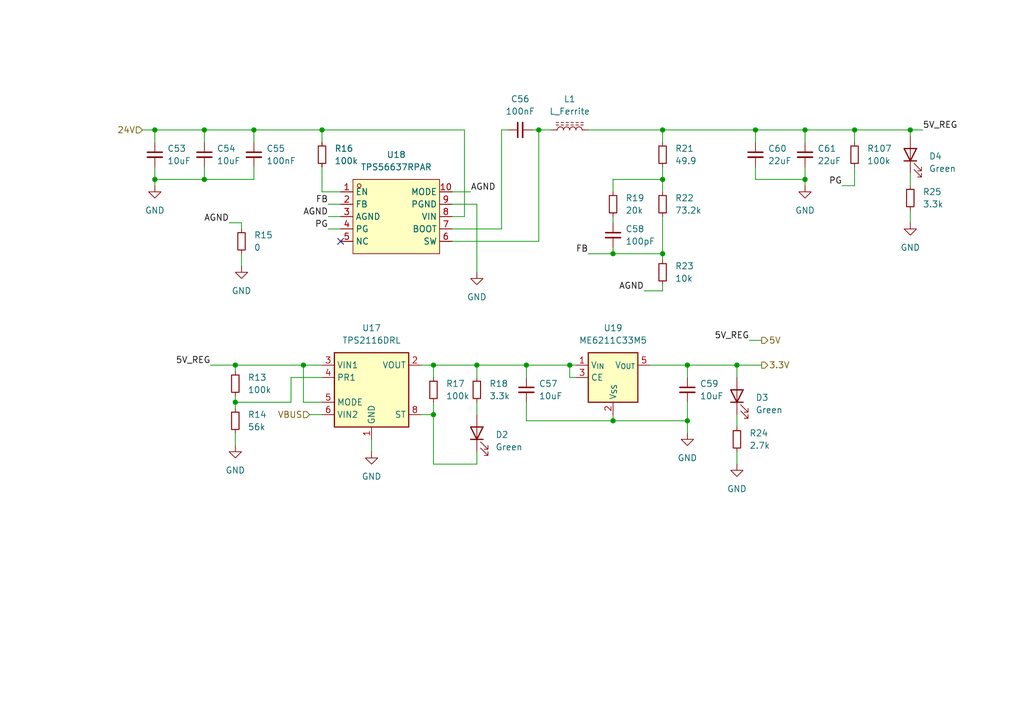
<source format=kicad_sch>
(kicad_sch (version 20250114) (generator "eeschema") (generator_version "9.0")
  (paper "A5")
  (lib_symbols
    (symbol "Device:C_Small" (pin_numbers (hide yes)) (pin_names (offset 0.254) (hide yes))
      (property "Reference" "C" (at 0.254 1.778 0))
      (property "Value" "C_Small" (at 0.254 -2.032 0))
      (symbol "C_Small_0_1"
        (polyline (pts (xy -1.524 0.508) (xy 1.524 0.508)) (stroke (width 0.3048)))
        (polyline (pts (xy -1.524 -0.508) (xy 1.524 -0.508)) (stroke (width 0.3302)))
      )
      (symbol "C_Small_1_1"
        (pin passive line (at 0 2.54 270) (length 2.032) (name "~") (number "1"))
        (pin passive line (at 0 -2.54 90) (length 2.032) (name "~") (number "2"))
      )
    )
    (symbol "Device:LED" (pin_numbers (hide yes)) (pin_names (offset 1.016) (hide yes))
      (property "Reference" "D" (at 0 2.54 0))
      (property "Value" "LED" (at 0 -2.54 0))
      (symbol "LED_0_1"
        (polyline (pts (xy -3.048 -0.762) (xy -4.572 -2.286) (xy -3.81 -2.286) (xy -4.572 -2.286) (xy -4.572 -1.524)))
        (polyline (pts (xy -1.778 -0.762) (xy -3.302 -2.286) (xy -2.54 -2.286) (xy -3.302 -2.286) (xy -3.302 -1.524)))
        (polyline (pts (xy -1.27 0) (xy 1.27 0)))
        (polyline (pts (xy -1.27 -1.27) (xy -1.27 1.27)) (stroke (width 0.254)))
        (polyline (pts (xy 1.27 -1.27) (xy 1.27 1.27) (xy -1.27 0) (xy 1.27 -1.27)) (stroke (width 0.254)))
      )
      (symbol "LED_1_1"
        (pin passive line (at -3.81 0 0) (length 2.54) (name "K") (number "1"))
        (pin passive line (at 3.81 0 180) (length 2.54) (name "A") (number "2"))
      )
    )
    (symbol "Device:L_Ferrite" (pin_numbers (hide yes)) (pin_names (offset 1.016) (hide yes))
      (property "Reference" "L" (at -1.27 0 90))
      (property "Value" "L_Ferrite" (at 2.794 0 90))
      (symbol "L_Ferrite_0_1"
        (arc (start 0 2.54) (mid 0.6323 1.905) (end 0 1.27))
        (arc (start 0 1.27) (mid 0.6323 0.635) (end 0 0))
        (arc (start 0 0) (mid 0.6323 -0.635) (end 0 -1.27))
        (arc (start 0 -1.27) (mid 0.6323 -1.905) (end 0 -2.54))
        (polyline (pts (xy 1.016 2.286) (xy 1.016 2.794)))
        (polyline (pts (xy 1.016 1.27) (xy 1.016 1.778)))
        (polyline (pts (xy 1.016 0.254) (xy 1.016 0.762)))
        (polyline (pts (xy 1.016 -0.762) (xy 1.016 -0.254)))
        (polyline (pts (xy 1.016 -1.778) (xy 1.016 -1.27)))
        (polyline (pts (xy 1.016 -2.794) (xy 1.016 -2.286)))
        (polyline (pts (xy 1.524 2.794) (xy 1.524 2.286)))
        (polyline (pts (xy 1.524 1.778) (xy 1.524 1.27)))
        (polyline (pts (xy 1.524 0.762) (xy 1.524 0.254)))
        (polyline (pts (xy 1.524 -0.254) (xy 1.524 -0.762)))
        (polyline (pts (xy 1.524 -1.27) (xy 1.524 -1.778)))
        (polyline (pts (xy 1.524 -2.286) (xy 1.524 -2.794)))
      )
      (symbol "L_Ferrite_1_1"
        (pin passive line (at 0 3.81 270) (length 1.27) (name "1") (number "1"))
        (pin passive line (at 0 -3.81 90) (length 1.27) (name "2") (number "2"))
      )
    )
    (symbol "Device:R_Small" (pin_numbers (hide yes)) (pin_names (offset 0.254) (hide yes))
      (property "Reference" "R" (at 0.762 0.508 0))
      (property "Value" "R_Small" (at 0.762 -1.016 0))
      (symbol "R_Small_0_1"
        (rectangle (start -0.762 1.778) (end 0.762 -1.778) (stroke (width 0.2032)))
      )
      (symbol "R_Small_1_1"
        (pin passive line (at 0 2.54 270) (length 0.762) (name "~") (number "1"))
        (pin passive line (at 0 -2.54 90) (length 0.762) (name "~") (number "2"))
      )
    )
    (symbol "LCSC:TPS56637RPAR"
      (property "Reference" "U" (at 0 10.16 0))
      (property "Value" "TPS56637RPAR" (at 0 -10.16 0))
      (symbol "TPS56637RPAR_0_1"
        (rectangle (start -8.89 7.62) (end 8.89 -7.62) (fill (type background)))
        (circle (center -7.62 6.35) (radius 0.38))
        (pin unspecified line (at -11.43 5.08 0) (length 2.54) (name "EN") (number "1"))
        (pin unspecified line (at -11.43 2.54 0) (length 2.54) (name "FB") (number "2"))
        (pin unspecified line (at -11.43 0 0) (length 2.54) (name "AGND") (number "3"))
        (pin unspecified line (at -11.43 -2.54 0) (length 2.54) (name "PG") (number "4"))
        (pin unspecified line (at -11.43 -5.08 0) (length 2.54) (name "NC") (number "5"))
        (pin unspecified line (at 11.43 5.08 180) (length 2.54) (name "MODE") (number "10"))
        (pin unspecified line (at 11.43 2.54 180) (length 2.54) (name "PGND") (number "9"))
        (pin unspecified line (at 11.43 0 180) (length 2.54) (name "VIN") (number "8"))
        (pin unspecified line (at 11.43 -2.54 180) (length 2.54) (name "BOOT") (number "7"))
        (pin unspecified line (at 11.43 -5.08 180) (length 2.54) (name "SW") (number "6"))
      )
    )
    (symbol "Power_Management:TPS2116DRL"
      (property "Reference" "U" (at -7.874 9.144 0))
      (property "Value" "TPS2116DRL" (at 0.508 -8.89 0))
      (symbol "TPS2116DRL_0_1"
        (rectangle (start -7.62 7.62) (end 7.62 -7.62) (stroke (width 0.254)) (fill (type background)))
      )
      (symbol "TPS2116DRL_1_0"
        (pin power_out line (at 10.16 5.08 180) (length 2.54) (hide yes) (name "VOUT") (number "7"))
      )
      (symbol "TPS2116DRL_1_1"
        (pin power_in line (at -10.16 5.08 0) (length 2.54) (name "VIN1") (number "3"))
        (pin input line (at -10.16 2.54 0) (length 2.54) (name "PR1") (number "4"))
        (pin input line (at -10.16 -2.54 0) (length 2.54) (name "MODE") (number "5"))
        (pin power_in line (at -10.16 -5.08 0) (length 2.54) (name "VIN2") (number "6"))
        (pin power_in line (at 0 -10.16 90) (length 2.54) (name "GND") (number "1"))
        (pin power_out line (at 10.16 5.08 180) (length 2.54) (name "VOUT") (number "2"))
        (pin open_collector line (at 10.16 -5.08 180) (length 2.54) (name "ST") (number "8"))
      )
    )
    (symbol "Regulator_Linear:ME6211C33M5"
      (property "Reference" "U" (at -4.572 6.35 0))
      (property "Value" "ME6211C33M5" (at 10.16 8.636 0))
      (symbol "ME6211C33M5_1_1"
        (rectangle (start -5.08 5.08) (end 5.08 -5.08) (stroke (width 0.254)) (fill (type background)))
        (pin power_in line (at -7.62 2.54 0) (length 2.54) (name "V_{IN}") (number "1"))
        (pin input line (at -7.62 0 0) (length 2.54) (name "CE") (number "3"))
        (pin power_in line (at 0 -7.62 90) (length 2.54) (name "V_{SS}") (number "2"))
        (pin no_connect line (at 5.08 0 180) (length 2.54) (hide yes) (name "NC") (number "4"))
        (pin power_out line (at 7.62 2.54 180) (length 2.54) (name "V_{OUT}") (number "5"))
      )
    )
    (symbol "power:GND" (power) (pin_numbers (hide yes)) (pin_names (offset 0) (hide yes))
      (property "Value" "GND" (at 0 -3.81 0))
      (symbol "GND_0_1"
        (polyline (pts (xy 0 0) (xy 0 -1.27) (xy 1.27 -1.27) (xy 0 -2.54) (xy -1.27 -1.27) (xy 0 -1.27)))
      )
      (symbol "GND_1_1"
        (pin power_in line (at 0 0 270) (length 0) (name "~") (number "1"))
      )
    )
  )
  (junction (at 135.89 26.67))
  (junction (at 125.73 86.36))
  (junction (at 151.13 74.93))
  (junction (at 41.91 26.67))
  (junction (at 66.04 26.67))
  (junction (at 125.73 52.07))
  (junction (at 48.26 82.55))
  (junction (at 186.69 26.67))
  (junction (at 140.97 74.93))
  (junction (at 88.9 85.09))
  (junction (at 165.1 26.67))
  (junction (at 62.23 74.93))
  (junction (at 140.97 86.36))
  (junction (at 154.94 26.67))
  (junction (at 52.07 26.67))
  (junction (at 41.91 36.83))
  (junction (at 31.75 36.83))
  (junction (at 135.89 52.07))
  (junction (at 31.75 26.67))
  (junction (at 116.84 74.93))
  (junction (at 175.26 26.67))
  (junction (at 107.95 74.93))
  (junction (at 110.49 26.67))
  (junction (at 97.79 74.93))
  (junction (at 88.9 74.93))
  (junction (at 135.89 36.83))
  (junction (at 165.1 36.83))
  (junction (at 48.26 74.93))
  (no_connect (at 69.85 49.53))
  (wire (pts (xy 48.26 82.55) (xy 59.69 82.55)))
  (wire (pts (xy 165.1 26.67) (xy 175.26 26.67)))
  (wire (pts (xy 110.49 49.53) (xy 110.49 26.67)))
  (wire (pts (xy 66.04 82.55) (xy 62.23 82.55)))
  (wire (pts (xy 92.71 41.91) (xy 97.79 41.91)))
  (wire (pts (xy 151.13 74.93) (xy 151.13 77.47)))
  (wire (pts (xy 140.97 74.93) (xy 140.97 77.47)))
  (wire (pts (xy 76.2 90.17) (xy 76.2 92.71)))
  (wire (pts (xy 88.9 85.09) (xy 86.36 85.09)))
  (wire (pts (xy 154.94 26.67) (xy 165.1 26.67)))
  (wire (pts (xy 88.9 95.25) (xy 97.79 95.25)))
  (wire (pts (xy 107.95 82.55) (xy 107.95 86.36)))
  (wire (pts (xy 48.26 81.28) (xy 48.26 82.55)))
  (wire (pts (xy 125.73 36.83) (xy 135.89 36.83)))
  (wire (pts (xy 135.89 52.07) (xy 125.73 52.07)))
  (wire (pts (xy 107.95 86.36) (xy 125.73 86.36)))
  (wire (pts (xy 48.26 74.93) (xy 62.23 74.93)))
  (wire (pts (xy 95.25 26.67) (xy 95.25 44.45)))
  (wire (pts (xy 107.95 74.93) (xy 107.95 77.47)))
  (wire (pts (xy 125.73 86.36) (xy 140.97 86.36)))
  (wire (pts (xy 88.9 74.93) (xy 88.9 77.47)))
  (wire (pts (xy 120.65 52.07) (xy 125.73 52.07)))
  (wire (pts (xy 88.9 74.93) (xy 97.79 74.93)))
  (wire (pts (xy 151.13 74.93) (xy 156.21 74.93)))
  (wire (pts (xy 102.87 26.67) (xy 104.14 26.67)))
  (wire (pts (xy 186.69 26.67) (xy 189.23 26.67)))
  (wire (pts (xy 140.97 74.93) (xy 151.13 74.93)))
  (wire (pts (xy 153.67 69.85) (xy 156.21 69.85)))
  (wire (pts (xy 67.31 41.91) (xy 69.85 41.91)))
  (wire (pts (xy 59.69 82.55) (xy 59.69 77.47)))
  (wire (pts (xy 97.79 74.93) (xy 107.95 74.93)))
  (wire (pts (xy 125.73 39.37) (xy 125.73 36.83)))
  (wire (pts (xy 31.75 36.83) (xy 41.91 36.83)))
  (wire (pts (xy 135.89 58.42) (xy 135.89 59.69)))
  (wire (pts (xy 107.95 74.93) (xy 116.84 74.93)))
  (wire (pts (xy 140.97 86.36) (xy 140.97 88.9)))
  (wire (pts (xy 97.79 74.93) (xy 97.79 77.47)))
  (wire (pts (xy 52.07 36.83) (xy 52.07 34.29)))
  (wire (pts (xy 154.94 34.29) (xy 154.94 36.83)))
  (wire (pts (xy 66.04 26.67) (xy 95.25 26.67)))
  (wire (pts (xy 92.71 46.99) (xy 102.87 46.99)))
  (wire (pts (xy 49.53 45.72) (xy 49.53 46.99)))
  (wire (pts (xy 48.26 88.9) (xy 48.26 91.44)))
  (wire (pts (xy 154.94 26.67) (xy 154.94 29.21)))
  (wire (pts (xy 31.75 38.1) (xy 31.75 36.83)))
  (wire (pts (xy 175.26 26.67) (xy 186.69 26.67)))
  (wire (pts (xy 125.73 44.45) (xy 125.73 45.72)))
  (wire (pts (xy 135.89 44.45) (xy 135.89 52.07)))
  (wire (pts (xy 116.84 77.47) (xy 118.11 77.47)))
  (wire (pts (xy 48.26 74.93) (xy 48.26 76.2)))
  (wire (pts (xy 151.13 92.71) (xy 151.13 95.25)))
  (wire (pts (xy 186.69 43.18) (xy 186.69 45.72)))
  (wire (pts (xy 97.79 41.91) (xy 97.79 55.88)))
  (wire (pts (xy 92.71 39.37) (xy 96.52 39.37)))
  (wire (pts (xy 43.18 74.93) (xy 48.26 74.93)))
  (wire (pts (xy 165.1 26.67) (xy 165.1 29.21)))
  (wire (pts (xy 41.91 36.83) (xy 52.07 36.83)))
  (wire (pts (xy 63.5 85.09) (xy 66.04 85.09)))
  (wire (pts (xy 62.23 74.93) (xy 66.04 74.93)))
  (wire (pts (xy 154.94 36.83) (xy 165.1 36.83)))
  (wire (pts (xy 66.04 39.37) (xy 69.85 39.37)))
  (wire (pts (xy 175.26 26.67) (xy 175.26 29.21)))
  (wire (pts (xy 135.89 34.29) (xy 135.89 36.83)))
  (wire (pts (xy 110.49 26.67) (xy 113.03 26.67)))
  (wire (pts (xy 109.22 26.67) (xy 110.49 26.67)))
  (wire (pts (xy 31.75 34.29) (xy 31.75 36.83)))
  (wire (pts (xy 97.79 95.25) (xy 97.79 92.71)))
  (wire (pts (xy 95.25 44.45) (xy 92.71 44.45)))
  (wire (pts (xy 125.73 85.09) (xy 125.73 86.36)))
  (wire (pts (xy 175.26 38.1) (xy 172.72 38.1)))
  (wire (pts (xy 135.89 36.83) (xy 135.89 39.37)))
  (wire (pts (xy 102.87 46.99) (xy 102.87 26.67)))
  (wire (pts (xy 52.07 26.67) (xy 66.04 26.67)))
  (wire (pts (xy 41.91 34.29) (xy 41.91 36.83)))
  (wire (pts (xy 186.69 35.56) (xy 186.69 38.1)))
  (wire (pts (xy 186.69 26.67) (xy 186.69 27.94)))
  (wire (pts (xy 29.21 26.67) (xy 31.75 26.67)))
  (wire (pts (xy 31.75 26.67) (xy 31.75 29.21)))
  (wire (pts (xy 116.84 74.93) (xy 118.11 74.93)))
  (wire (pts (xy 88.9 82.55) (xy 88.9 85.09)))
  (wire (pts (xy 140.97 82.55) (xy 140.97 86.36)))
  (wire (pts (xy 31.75 26.67) (xy 41.91 26.67)))
  (wire (pts (xy 88.9 85.09) (xy 88.9 95.25)))
  (wire (pts (xy 41.91 26.67) (xy 41.91 29.21)))
  (wire (pts (xy 135.89 26.67) (xy 154.94 26.67)))
  (wire (pts (xy 52.07 26.67) (xy 52.07 29.21)))
  (wire (pts (xy 41.91 26.67) (xy 52.07 26.67)))
  (wire (pts (xy 151.13 85.09) (xy 151.13 87.63)))
  (wire (pts (xy 66.04 26.67) (xy 66.04 29.21)))
  (wire (pts (xy 165.1 36.83) (xy 165.1 38.1)))
  (wire (pts (xy 120.65 26.67) (xy 135.89 26.67)))
  (wire (pts (xy 175.26 34.29) (xy 175.26 38.1)))
  (wire (pts (xy 67.31 46.99) (xy 69.85 46.99)))
  (wire (pts (xy 97.79 82.55) (xy 97.79 85.09)))
  (wire (pts (xy 92.71 49.53) (xy 110.49 49.53)))
  (wire (pts (xy 46.99 45.72) (xy 49.53 45.72)))
  (wire (pts (xy 67.31 44.45) (xy 69.85 44.45)))
  (wire (pts (xy 135.89 59.69) (xy 132.08 59.69)))
  (wire (pts (xy 135.89 52.07) (xy 135.89 53.34)))
  (wire (pts (xy 116.84 74.93) (xy 116.84 77.47)))
  (wire (pts (xy 135.89 26.67) (xy 135.89 29.21)))
  (wire (pts (xy 66.04 34.29) (xy 66.04 39.37)))
  (wire (pts (xy 59.69 77.47) (xy 66.04 77.47)))
  (wire (pts (xy 125.73 52.07) (xy 125.73 50.8)))
  (wire (pts (xy 48.26 82.55) (xy 48.26 83.82)))
  (wire (pts (xy 165.1 34.29) (xy 165.1 36.83)))
  (wire (pts (xy 133.35 74.93) (xy 140.97 74.93)))
  (wire (pts (xy 49.53 52.07) (xy 49.53 54.61)))
  (wire (pts (xy 86.36 74.93) (xy 88.9 74.93)))
  (wire (pts (xy 62.23 82.55) (xy 62.23 74.93)))
  (label "PG" (at 172.72 38.1 180))
  (label "AGND" (at 46.99 45.72 180))
  (label "AGND" (at 96.52 39.37 0))
  (label "5V_REG" (at 189.23 26.67 0))
  (label "PG" (at 67.31 46.99 180))
  (label "5V_REG" (at 43.18 74.93 180))
  (label "AGND" (at 67.31 44.45 180))
  (label "5V_REG" (at 153.67 69.85 180))
  (label "FB" (at 67.31 41.91 180))
  (label "FB" (at 120.65 52.07 180))
  (label "AGND" (at 132.08 59.69 180))
  (hierarchical_label "VBUS" (shape input) (at 63.5 85.09 180))
  (hierarchical_label "3.3V" (shape output) (at 156.21 74.93 0))
  (hierarchical_label "24V" (shape input) (at 29.21 26.67 180))
  (hierarchical_label "5V" (shape output) (at 156.21 69.85 0))
  (symbol (lib_id "Device:R_Small") (at 88.9 80.01 0) (unit 1)
    (property "Reference" "R17" (at 91.44 78.74 0) (effects (justify left)))
    (property "Value" "100k" (at 91.44 81.28 0) (effects (justify left)))
    (property "Footprint" "Resistor_SMD:R_0603_1608Metric" (effects (hide yes)))
    (property "Description" "Resistor, small symbol" (effects (hide yes)))
    (property "LCSC" "C14675" (effects (hide yes)))
  )
  (symbol (lib_id "Device:R_Small") (at 48.26 86.36 0) (unit 1)
    (property "Reference" "R14" (at 50.8 85.0899 0) (effects (justify left)))
    (property "Value" "56k" (at 50.8 87.6299 0) (effects (justify left)))
    (property "Footprint" "Resistor_SMD:R_0603_1608Metric" (effects (hide yes)))
    (property "Description" "Resistor, small symbol" (effects (hide yes)))
    (property "LCSC" "C23206" (effects (hide yes)))
  )
  (symbol (lib_id "power:GND") (at 49.53 54.61 0) (unit 1)
    (property "Reference" "#PWR0133" (effects (hide yes)))
    (property "Value" "GND" (at 49.53 59.69 0))
    (property "Description" "Power symbol creates a global label with name \"GND\" , ground" (effects (hide yes)))
  )
  (symbol (lib_id "Power_Management:TPS2116DRL") (at 76.2 80.01 0) (unit 1)
    (property "Reference" "U17" (at 76.2 67.31 0))
    (property "Value" "TPS2116DRL" (at 76.2 69.85 0))
    (property "Footprint" "Package_TO_SOT_SMD:SOT-583-8" (effects (hide yes)))
    (property "Datasheet" "https://www.ti.com/lit/ds/symlink/tps2116.pdf" (effects (hide yes)))
    (property "Description" "2 Channnels Power Mux with Manual and Priority Switchover, 1.6-5.5V Input Voltage, 2.5A Output Current, Ron 40 mOhm, SOT-583-8" (effects (hide yes)))
    (property "LCSC" "C3235557" (effects (hide yes)))
  )
  (symbol (lib_id "Device:R_Small") (at 135.89 55.88 0) (unit 1)
    (property "Reference" "R23" (at 138.43 54.61 0) (effects (justify left)))
    (property "Value" "10k" (at 138.43 57.15 0) (effects (justify left)))
    (property "Footprint" "Resistor_SMD:R_0603_1608Metric" (effects (hide yes)))
    (property "Description" "Resistor, small symbol" (effects (hide yes)))
    (property "LCSC" "C98220" (effects (hide yes)))
  )
  (symbol (lib_id "Regulator_Linear:ME6211C33M5") (at 125.73 77.47 0) (unit 1)
    (property "Reference" "U19" (at 125.73 67.31 0))
    (property "Value" "ME6211C33M5" (at 125.73 69.85 0))
    (property "Footprint" "Package_TO_SOT_SMD:SOT-23-5" (effects (hide yes)))
    (property "Datasheet" "https://www.lcsc.com/datasheet/lcsc_datasheet_2304140030_MICRONE-Nanjing-Micro-One-Elec-ME6211C33R5G_C235316.pdf" (effects (hide yes)))
    (property "Description" "500mA low dropout linear regulator, shutdown pin, 6.5V max input voltage, 3.3V fixed positive output, SOT-23-5" (effects (hide yes)))
    (property "LCSC" "C82942" (effects (hide yes)))
  )
  (symbol (lib_id "power:GND") (at 31.75 38.1 0) (unit 1)
    (property "Reference" "#PWR0131" (effects (hide yes)))
    (property "Value" "GND" (at 31.75 43.18 0))
    (property "Description" "Power symbol creates a global label with name \"GND\" , ground" (effects (hide yes)))
  )
  (symbol (lib_id "Device:C_Small") (at 41.91 31.75 0) (unit 1)
    (property "Reference" "C54" (at 44.45 30.4863 0) (effects (justify left)))
    (property "Value" "10uF" (at 44.45 33.0263 0) (effects (justify left)))
    (property "Footprint" "Capacitor_SMD:C_1206_3216Metric" (effects (hide yes)))
    (property "Description" "Unpolarized capacitor, small symbol" (effects (hide yes)))
    (property "LCSC" "C13585" (effects (hide yes)))
  )
  (symbol (lib_id "power:GND") (at 165.1 38.1 0) (unit 1)
    (property "Reference" "#PWR0138" (effects (hide yes)))
    (property "Value" "GND" (at 165.1 43.18 0))
    (property "Description" "Power symbol creates a global label with name \"GND\" , ground" (effects (hide yes)))
  )
  (symbol (lib_id "power:GND") (at 140.97 88.9 0) (unit 1)
    (property "Reference" "#PWR0136" (effects (hide yes)))
    (property "Value" "GND" (at 140.97 93.98 0))
    (property "Description" "Power symbol creates a global label with name \"GND\" , ground" (effects (hide yes)))
  )
  (symbol (lib_id "Device:C_Small") (at 52.07 31.75 0) (unit 1)
    (property "Reference" "C55" (at 54.61 30.4863 0) (effects (justify left)))
    (property "Value" "100nF" (at 54.61 33.0263 0) (effects (justify left)))
    (property "Footprint" "Capacitor_SMD:C_0603_1608Metric" (effects (hide yes)))
    (property "Description" "Unpolarized capacitor, small symbol" (effects (hide yes)))
    (property "LCSC" "C14663" (effects (hide yes)))
  )
  (symbol (lib_id "Device:C_Small") (at 31.75 31.75 0) (unit 1)
    (property "Reference" "C53" (at 34.29 30.4863 0) (effects (justify left)))
    (property "Value" "10uF" (at 34.29 33.0263 0) (effects (justify left)))
    (property "Footprint" "Capacitor_SMD:C_1206_3216Metric" (effects (hide yes)))
    (property "Description" "Unpolarized capacitor, small symbol" (effects (hide yes)))
    (property "LCSC" "C13585" (effects (hide yes)))
  )
  (symbol (lib_id "Device:R_Small") (at 135.89 31.75 0) (unit 1)
    (property "Reference" "R21" (at 138.43 30.48 0) (effects (justify left)))
    (property "Value" "49.9" (at 138.43 33.02 0) (effects (justify left)))
    (property "Footprint" "Resistor_SMD:R_0603_1608Metric" (effects (hide yes)))
    (property "Description" "Resistor, small symbol" (effects (hide yes)))
    (property "LCSC" "C114625" (effects (hide yes)))
  )
  (symbol (lib_id "Device:LED") (at 151.13 81.28 90) (unit 1)
    (property "Reference" "D3" (at 154.94 81.5975 90) (effects (justify right)))
    (property "Value" "Green" (at 154.94 84.1375 90) (effects (justify right)))
    (property "Footprint" "LED_SMD:LED_0603_1608Metric" (effects (hide yes)))
    (property "Description" "Light emitting diode" (effects (hide yes)))
    (property "LCSC" "C2994781" (effects (hide yes)))
  )
  (symbol (lib_id "power:GND") (at 186.69 45.72 0) (unit 1)
    (property "Reference" "#PWR0139" (effects (hide yes)))
    (property "Value" "GND" (at 186.69 50.8 0))
    (property "Description" "Power symbol creates a global label with name \"GND\" , ground" (effects (hide yes)))
  )
  (symbol (lib_id "power:GND") (at 48.26 91.44 0) (unit 1)
    (property "Reference" "#PWR0132" (effects (hide yes)))
    (property "Value" "GND" (at 48.26 96.52 0))
    (property "Description" "Power symbol creates a global label with name \"GND\" , ground" (effects (hide yes)))
  )
  (symbol (lib_id "Device:LED") (at 97.79 88.9 90) (unit 1)
    (property "Reference" "D2" (at 101.6 89.2175 90) (effects (justify right)))
    (property "Value" "Green" (at 101.6 91.7575 90) (effects (justify right)))
    (property "Footprint" "LED_SMD:LED_0603_1608Metric" (effects (hide yes)))
    (property "Description" "Light emitting diode" (effects (hide yes)))
    (property "LCSC" "C2994781" (effects (hide yes)))
  )
  (symbol (lib_id "Device:C_Small") (at 125.73 48.26 0) (unit 1)
    (property "Reference" "C58" (at 128.27 46.9963 0) (effects (justify left)))
    (property "Value" "100pF" (at 128.27 49.5363 0) (effects (justify left)))
    (property "Footprint" "Capacitor_SMD:C_0603_1608Metric" (effects (hide yes)))
    (property "Description" "Unpolarized capacitor, small symbol" (effects (hide yes)))
    (property "LCSC" "C14665" (effects (hide yes)))
  )
  (symbol (lib_id "Device:R_Small") (at 125.73 41.91 0) (unit 1)
    (property "Reference" "R19" (at 128.27 40.64 0) (effects (justify left)))
    (property "Value" "20k" (at 128.27 43.18 0) (effects (justify left)))
    (property "Footprint" "Resistor_SMD:R_0603_1608Metric" (effects (hide yes)))
    (property "Description" "Resistor, small symbol" (effects (hide yes)))
    (property "LCSC" "C2907011" (effects (hide yes)))
  )
  (symbol (lib_id "power:GND") (at 76.2 92.71 0) (unit 1)
    (property "Reference" "#PWR0134" (effects (hide yes)))
    (property "Value" "GND" (at 76.2 97.79 0))
    (property "Description" "Power symbol creates a global label with name \"GND\" , ground" (effects (hide yes)))
  )
  (symbol (lib_id "Device:R_Small") (at 49.53 49.53 0) (unit 1)
    (property "Reference" "R15" (at 52.07 48.26 0) (effects (justify left)))
    (property "Value" "0" (at 52.07 50.8 0) (effects (justify left)))
    (property "Footprint" "Resistor_SMD:R_0603_1608Metric" (effects (hide yes)))
    (property "Description" "Resistor, small symbol" (effects (hide yes)))
    (property "LCSC" "C95177" (effects (hide yes)))
  )
  (symbol (lib_id "Device:R_Small") (at 151.13 90.17 180) (unit 1)
    (property "Reference" "R24" (at 153.67 88.8999 0) (effects (justify right)))
    (property "Value" "2.7k" (at 153.67 91.4399 0) (effects (justify right)))
    (property "Footprint" "Resistor_SMD:R_0603_1608Metric" (effects (hide yes)))
    (property "Description" "Resistor, small symbol" (effects (hide yes)))
    (property "LCSC" "C13167" (effects (hide yes)))
  )
  (symbol (lib_id "Device:R_Small") (at 66.04 31.75 0) (unit 1)
    (property "Reference" "R16" (at 68.58 30.48 0) (effects (justify left)))
    (property "Value" "100k" (at 68.58 33.02 0) (effects (justify left)))
    (property "Footprint" "Resistor_SMD:R_0603_1608Metric" (effects (hide yes)))
    (property "Description" "Resistor, small symbol" (effects (hide yes)))
    (property "LCSC" "C14675" (effects (hide yes)))
  )
  (symbol (lib_id "Device:L_Ferrite") (at 116.84 26.67 90) (unit 1)
    (property "Reference" "L1" (at 116.84 20.32 90))
    (property "Value" "L_Ferrite" (at 116.84 22.86 90))
    (property "Footprint" "Inductor_SMD:L_Chilisin_BMRA00050530" (effects (hide yes)))
    (property "Description" "Inductor with ferrite core" (effects (hide yes)))
    (property "LCSC" "C7187309" (effects (hide yes)))
  )
  (symbol (lib_id "Device:C_Small") (at 165.1 31.75 0) (unit 1)
    (property "Reference" "C61" (at 167.64 30.4863 0) (effects (justify left)))
    (property "Value" "22uF" (at 167.64 33.0263 0) (effects (justify left)))
    (property "Footprint" "Capacitor_SMD:C_0805_2012Metric" (effects (hide yes)))
    (property "Description" "Unpolarized capacitor, small symbol" (effects (hide yes)))
    (property "LCSC" "C602037" (effects (hide yes)))
  )
  (symbol (lib_id "Device:C_Small") (at 107.95 80.01 0) (unit 1)
    (property "Reference" "C57" (at 110.49 78.7463 0) (effects (justify left)))
    (property "Value" "10uF" (at 110.49 81.2863 0) (effects (justify left)))
    (property "Footprint" "Capacitor_SMD:C_0603_1608Metric" (effects (hide yes)))
    (property "Description" "Unpolarized capacitor, small symbol" (effects (hide yes)))
    (property "LCSC" "C19702" (effects (hide yes)))
  )
  (symbol (lib_id "Device:R_Small") (at 97.79 80.01 180) (unit 1)
    (property "Reference" "R18" (at 100.33 78.7399 0) (effects (justify right)))
    (property "Value" "3.3k" (at 100.33 81.2799 0) (effects (justify right)))
    (property "Footprint" "Resistor_SMD:R_0603_1608Metric" (effects (hide yes)))
    (property "Description" "Resistor, small symbol" (effects (hide yes)))
    (property "LCSC" "C22978" (effects (hide yes)))
  )
  (symbol (lib_id "Device:LED") (at 186.69 31.75 90) (unit 1)
    (property "Reference" "D4" (at 190.5 32.0675 90) (effects (justify right)))
    (property "Value" "Green" (at 190.5 34.6075 90) (effects (justify right)))
    (property "Footprint" "LED_SMD:LED_0603_1608Metric" (effects (hide yes)))
    (property "Description" "Light emitting diode" (effects (hide yes)))
    (property "LCSC" "C2994781" (effects (hide yes)))
  )
  (symbol (lib_id "Device:R_Small") (at 48.26 78.74 0) (unit 1)
    (property "Reference" "R13" (at 50.8 77.47 0) (effects (justify left)))
    (property "Value" "100k" (at 50.8 80.01 0) (effects (justify left)))
    (property "Footprint" "Resistor_SMD:R_0603_1608Metric" (effects (hide yes)))
    (property "Description" "Resistor, small symbol" (effects (hide yes)))
    (property "LCSC" "C14675" (effects (hide yes)))
  )
  (symbol (lib_id "power:GND") (at 151.13 95.25 0) (unit 1)
    (property "Reference" "#PWR0137" (effects (hide yes)))
    (property "Value" "GND" (at 151.13 100.33 0))
    (property "Description" "Power symbol creates a global label with name \"GND\" , ground" (effects (hide yes)))
  )
  (symbol (lib_id "power:GND") (at 97.79 55.88 0) (unit 1)
    (property "Reference" "#PWR0135" (effects (hide yes)))
    (property "Value" "GND" (at 97.79 60.96 0))
    (property "Description" "Power symbol creates a global label with name \"GND\" , ground" (effects (hide yes)))
  )
  (symbol (lib_id "Device:C_Small") (at 106.68 26.67 90) (unit 1)
    (property "Reference" "C56" (at 106.6863 20.32 90))
    (property "Value" "100nF" (at 106.6863 22.86 90))
    (property "Footprint" "Capacitor_SMD:C_0603_1608Metric" (effects (hide yes)))
    (property "Description" "Unpolarized capacitor, small symbol" (effects (hide yes)))
    (property "LCSC" "C14663" (effects (hide yes)))
  )
  (symbol (lib_id "Device:R_Small") (at 186.69 40.64 180) (unit 1)
    (property "Reference" "R25" (at 189.23 39.3699 0) (effects (justify right)))
    (property "Value" "3.3k" (at 189.23 41.9099 0) (effects (justify right)))
    (property "Footprint" "Resistor_SMD:R_0603_1608Metric" (effects (hide yes)))
    (property "Description" "Resistor, small symbol" (effects (hide yes)))
    (property "LCSC" "C22978" (effects (hide yes)))
  )
  (symbol (lib_id "Device:R_Small") (at 175.26 31.75 0) (unit 1)
    (property "Reference" "R107" (at 177.8 30.48 0) (effects (justify left)))
    (property "Value" "100k" (at 177.8 33.02 0) (effects (justify left)))
    (property "Footprint" "Resistor_SMD:R_0603_1608Metric" (effects (hide yes)))
    (property "Description" "Resistor, small symbol" (effects (hide yes)))
    (property "LCSC" "C14675" (effects (hide yes)))
  )
  (symbol (lib_id "Device:R_Small") (at 135.89 41.91 0) (unit 1)
    (property "Reference" "R22" (at 138.43 40.64 0) (effects (justify left)))
    (property "Value" "73.2k" (at 138.43 43.18 0) (effects (justify left)))
    (property "Footprint" "Resistor_SMD:R_0603_1608Metric" (effects (hide yes)))
    (property "Description" "Resistor, small symbol" (effects (hide yes)))
    (property "LCSC" "C14890" (effects (hide yes)))
  )
  (symbol (lib_id "Device:C_Small") (at 140.97 80.01 0) (unit 1)
    (property "Reference" "C59" (at 143.51 78.7463 0) (effects (justify left)))
    (property "Value" "10uF" (at 143.51 81.2863 0) (effects (justify left)))
    (property "Footprint" "Capacitor_SMD:C_0603_1608Metric" (effects (hide yes)))
    (property "Description" "Unpolarized capacitor, small symbol" (effects (hide yes)))
    (property "LCSC" "C19702" (effects (hide yes)))
  )
  (symbol (lib_id "LCSC:TPS56637RPAR") (at 81.28 44.45 0) (unit 1)
    (property "Reference" "U18" (at 81.28 31.75 0))
    (property "Value" "TPS56637RPAR" (at 81.28 34.29 0))
    (property "Footprint" "easyeda2kicad:VQFN-HR-10_L3.0-W3.0_RPA" (effects (hide yes)))
    (property "LCSC Part" "C841386" (effects (hide yes)))
    (property "LCSC" "C841386" (effects (hide yes)))
  )
  (symbol (lib_id "Device:C_Small") (at 154.94 31.75 0) (unit 1)
    (property "Reference" "C60" (at 157.48 30.4863 0) (effects (justify left)))
    (property "Value" "22uF" (at 157.48 33.0263 0) (effects (justify left)))
    (property "Footprint" "Capacitor_SMD:C_0805_2012Metric" (effects (hide yes)))
    (property "Description" "Unpolarized capacitor, small symbol" (effects (hide yes)))
    (property "LCSC" "C602037" (effects (hide yes)))
  )
)
</source>
